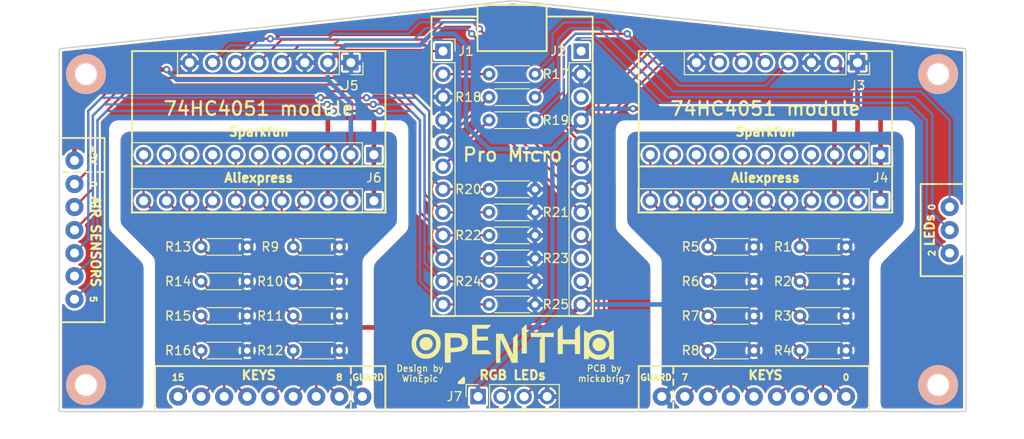
<source format=kicad_pcb>
(kicad_pcb (version 20171130) (host pcbnew "(5.0.2)-1")
  (layers (0 F.Cu signal) (31 B.Cu signal) (34 B.Paste user) (35 F.Paste user) (36 B.SilkS user) (37 F.SilkS user) (38 B.Mask user) (39 F.Mask user) (44 Edge.Cuts user))
  (net 0 "")
  (net 1 /AIR_5)
  (net 2 /AIR_4)
  (net 3 /AIR_3)
  (net 4 /AIR_2)
  (net 5 /AIR_1)
  (net 6 /AIR_0)
  (net 7 /LED_2)
  (net 8 /LED_1)
  (net 9 GND)
  (net 10 /LED_0)
  (net 11 "Net-(J2-Pad1)")
  (net 12 "Net-(J2-Pad3)")
  (net 13 +5V)
  (net 14 /MUX_0)
  (net 15 /MUX_1)
  (net 16 /MUX_2)
  (net 17 /SEND)
  (net 18 /RECEIVE_1)
  (net 19 /RECEIVE_2)
  (net 20 /KEY_7)
  (net 21 /KEY_6)
  (net 22 /KEY_5)
  (net 23 /KEY_4)
  (net 24 /KEY_3)
  (net 25 /KEY_2)
  (net 26 /KEY_1)
  (net 27 /KEY_0)
  (net 28 /KEY_8)
  (net 29 /KEY_9)
  (net 30 /KEY_10)
  (net 31 /KEY_11)
  (net 32 /KEY_12)
  (net 33 /KEY_13)
  (net 34 /KEY_14)
  (net 35 /KEY_15)
  (net 36 /RGB_DO)
  (net 37 /RGB_CO)
  (net 38 "Net-(R17-Pad1)")
  (net 39 "Net-(R18-Pad1)")
  (net 40 "Net-(R19-Pad1)")
  (net 41 "Net-(J2-Pad10)")
  (module Connector_Wire:SolderWirePad_1x01_Drill1mm_Diameter2mm (layer F.Cu) (at 171.45 86.36)
    (fp_text reference TP9 hide)
    (fp_text value TestPoint)
    (pad 1 thru_hole circle (at 0 0) (size 2 2) (drill 1) (layers *.Cu *.Mask) (net 17 /SEND))
  )
  (module Connector_Wire:SolderWirePad_1x01_Drill1mm_Diameter2mm (layer F.Cu) (at 138.43 86.36)
    (fp_text reference TP9 hide)
    (fp_text value TestPoint)
    (pad 1 thru_hole circle (at 0 0) (size 2 2) (drill 1) (layers *.Cu *.Mask) (net 17 /SEND))
  )
  (module Connector_PinSocket_2.54mm:PinSocket_1x11_P2.54mm_Vertical (layer F.Cu) (at 195.58 59.69 270)
    (fp_text reference REF** hide)
    (fp_text value PinSocket_1x11_P2.54mm_Vertical)
    (pad 1 thru_hole rect (at 0 0 270) (size 1.7 1.7) (drill 1) (layers *.Cu *.Mask) (net 9 GND))
    (pad 2 thru_hole oval (at 0 2.54 270) (size 1.7 1.7) (drill 1) (layers *.Cu *.Mask) (net 13 +5V))
    (pad 3 thru_hole oval (at 0 5.08 270) (size 1.7 1.7) (drill 1) (layers *.Cu *.Mask) (net 9 GND))
    (pad 4 thru_hole oval (at 0 7.62 270) (size 1.7 1.7) (drill 1) (layers *.Cu *.Mask) (net 27 /KEY_0))
    (pad 5 thru_hole oval (at 0 10.16 270) (size 1.7 1.7) (drill 1) (layers *.Cu *.Mask) (net 26 /KEY_1))
    (pad 6 thru_hole oval (at 0 12.7 270) (size 1.7 1.7) (drill 1) (layers *.Cu *.Mask) (net 25 /KEY_2))
    (pad 7 thru_hole oval (at 0 15.24 270) (size 1.7 1.7) (drill 1) (layers *.Cu *.Mask) (net 24 /KEY_3))
    (pad 8 thru_hole oval (at 0 17.78 270) (size 1.7 1.7) (drill 1) (layers *.Cu *.Mask) (net 23 /KEY_4))
    (pad 9 thru_hole oval (at 0 20.32 270) (size 1.7 1.7) (drill 1) (layers *.Cu *.Mask) (net 22 /KEY_5))
    (pad 10 thru_hole oval (at 0 22.86 270) (size 1.7 1.7) (drill 1) (layers *.Cu *.Mask) (net 21 /KEY_6))
    (pad 11 thru_hole oval (at 0 25.4 270) (size 1.7 1.7) (drill 1) (layers *.Cu *.Mask) (net 20 /KEY_7))
  )
  (module MountingHole:MountingHole_2.2mm_M2 (layer F.Cu) (at 201.93 50.8)
    (fp_text reference REF** hide)
    (fp_text value MountingHole_2.2mm_M2)
    (pad 1 np_thru_hole circle (at 0 0) (size 2.2 2.2) (drill 2.2) (layers *.Cu *.Mask))
  )
  (module MountingHole:MountingHole_2.2mm_M2 (layer F.Cu) (at 201.93 85.09)
    (fp_text reference REF** hide)
    (fp_text value MountingHole_2.2mm_M2)
    (pad 1 np_thru_hole circle (at 0 0) (size 2.2 2.2) (drill 2.2) (layers *.Cu *.Mask))
  )
  (module MountingHole:MountingHole_2.2mm_M2 (layer F.Cu) (at 107.95 85.09)
    (fp_text reference REF** hide)
    (fp_text value MountingHole_2.2mm_M2)
    (pad 1 np_thru_hole circle (at 0 0) (size 2.2 2.2) (drill 2.2) (layers *.Cu *.Mask))
  )
  (module Connector_PinSocket_2.54mm:PinSocket_1x11_P2.54mm_Vertical (layer F.Cu) (at 139.7 64.77 270)
    (fp_text reference J6 (at -2.54 0) (layer F.SilkS))
    (fp_text value Conn_01x11)
    (pad 1 thru_hole rect (at 0 0 270) (size 1.7 1.7) (drill 1) (layers *.Cu *.Mask) (net 9 GND))
    (pad 2 thru_hole oval (at 0 2.54 270) (size 1.7 1.7) (drill 1) (layers *.Cu *.Mask) (net 13 +5V))
    (pad 3 thru_hole oval (at 0 5.08 270) (size 1.7 1.7) (drill 1) (layers *.Cu *.Mask) (net 9 GND))
    (pad 4 thru_hole oval (at 0 7.62 270) (size 1.7 1.7) (drill 1) (layers *.Cu *.Mask) (net 28 /KEY_8))
    (pad 5 thru_hole oval (at 0 10.16 270) (size 1.7 1.7) (drill 1) (layers *.Cu *.Mask) (net 29 /KEY_9))
    (pad 6 thru_hole oval (at 0 12.7 270) (size 1.7 1.7) (drill 1) (layers *.Cu *.Mask) (net 30 /KEY_10))
    (pad 7 thru_hole oval (at 0 15.24 270) (size 1.7 1.7) (drill 1) (layers *.Cu *.Mask) (net 31 /KEY_11))
    (pad 8 thru_hole oval (at 0 17.78 270) (size 1.7 1.7) (drill 1) (layers *.Cu *.Mask) (net 32 /KEY_12))
    (pad 9 thru_hole oval (at 0 20.32 270) (size 1.7 1.7) (drill 1) (layers *.Cu *.Mask) (net 33 /KEY_13))
    (pad 10 thru_hole oval (at 0 22.86 270) (size 1.7 1.7) (drill 1) (layers *.Cu *.Mask) (net 34 /KEY_14))
    (pad 11 thru_hole oval (at 0 25.4 270) (size 1.7 1.7) (drill 1) (layers *.Cu *.Mask) (net 35 /KEY_15))
  )
  (module Connector_PinSocket_2.54mm:PinSocket_1x12_P2.54mm_Vertical (layer F.Cu) (at 147.32 48.26)
    (fp_text reference J1 (at 2.54 0) (layer F.SilkS))
    (fp_text value Conn_01x12)
    (pad 12 thru_hole oval (at 0 27.94) (size 1.7 1.7) (drill 1) (layers *.Cu *.Mask) (net 1 /AIR_5))
    (pad 11 thru_hole oval (at 0 25.4) (size 1.7 1.7) (drill 1) (layers *.Cu *.Mask) (net 2 /AIR_4))
    (pad 10 thru_hole oval (at 0 22.86) (size 1.7 1.7) (drill 1) (layers *.Cu *.Mask) (net 3 /AIR_3))
    (pad 9 thru_hole oval (at 0 20.32) (size 1.7 1.7) (drill 1) (layers *.Cu *.Mask) (net 4 /AIR_2))
    (pad 8 thru_hole oval (at 0 17.78) (size 1.7 1.7) (drill 1) (layers *.Cu *.Mask) (net 5 /AIR_1))
    (pad 7 thru_hole oval (at 0 15.24) (size 1.7 1.7) (drill 1) (layers *.Cu *.Mask) (net 6 /AIR_0))
    (pad 6 thru_hole oval (at 0 12.7) (size 1.7 1.7) (drill 1) (layers *.Cu *.Mask) (net 7 /LED_2))
    (pad 5 thru_hole oval (at 0 10.16) (size 1.7 1.7) (drill 1) (layers *.Cu *.Mask) (net 8 /LED_1))
    (pad 4 thru_hole oval (at 0 7.62) (size 1.7 1.7) (drill 1) (layers *.Cu *.Mask) (net 9 GND))
    (pad 3 thru_hole oval (at 0 5.08) (size 1.7 1.7) (drill 1) (layers *.Cu *.Mask) (net 9 GND))
    (pad 2 thru_hole oval (at 0 2.54) (size 1.7 1.7) (drill 1) (layers *.Cu *.Mask) (net 10 /LED_0))
    (pad 1 thru_hole rect (at 0 0) (size 1.7 1.7) (drill 1) (layers *.Cu *.Mask) (net 19 /RECEIVE_2))
  )
  (module Connector_PinSocket_2.54mm:PinSocket_1x12_P2.54mm_Vertical (layer F.Cu) (at 162.56 48.26)
    (fp_text reference J2 (at -2.54 0) (layer F.SilkS))
    (fp_text value Conn_01x12)
    (pad 1 thru_hole rect (at 0 0) (size 1.7 1.7) (drill 1) (layers *.Cu *.Mask) (net 11 "Net-(J2-Pad1)"))
    (pad 2 thru_hole oval (at 0 2.54) (size 1.7 1.7) (drill 1) (layers *.Cu *.Mask) (net 9 GND))
    (pad 3 thru_hole oval (at 0 5.08) (size 1.7 1.7) (drill 1) (layers *.Cu *.Mask) (net 12 "Net-(J2-Pad3)"))
    (pad 4 thru_hole oval (at 0 7.62) (size 1.7 1.7) (drill 1) (layers *.Cu *.Mask) (net 13 +5V))
    (pad 5 thru_hole oval (at 0 10.16) (size 1.7 1.7) (drill 1) (layers *.Cu *.Mask) (net 18 /RECEIVE_1))
    (pad 6 thru_hole oval (at 0 12.7) (size 1.7 1.7) (drill 1) (layers *.Cu *.Mask) (net 14 /MUX_0))
    (pad 7 thru_hole oval (at 0 15.24) (size 1.7 1.7) (drill 1) (layers *.Cu *.Mask) (net 15 /MUX_1))
    (pad 8 thru_hole oval (at 0 17.78) (size 1.7 1.7) (drill 1) (layers *.Cu *.Mask) (net 16 /MUX_2))
    (pad 9 thru_hole oval (at 0 20.32) (size 1.7 1.7) (drill 1) (layers *.Cu *.Mask) (net 37 /RGB_CO))
    (pad 10 thru_hole oval (at 0 22.86) (size 1.7 1.7) (drill 1) (layers *.Cu *.Mask) (net 41 "Net-(J2-Pad10)"))
    (pad 11 thru_hole oval (at 0 25.4) (size 1.7 1.7) (drill 1) (layers *.Cu *.Mask) (net 36 /RGB_DO))
    (pad 12 thru_hole oval (at 0 27.94) (size 1.7 1.7) (drill 1) (layers *.Cu *.Mask) (net 17 /SEND))
  )
  (module Connector_PinSocket_2.54mm:PinSocket_1x08_P2.54mm_Vertical (layer F.Cu) (at 193.04 49.53 270)
    (fp_text reference J3 (at 2.54 0) (layer F.SilkS))
    (fp_text value Conn_01x08)
    (pad 8 thru_hole oval (at 0 17.78 270) (size 1.7 1.7) (drill 1) (layers *.Cu *.Mask) (net 9 GND))
    (pad 7 thru_hole oval (at 0 15.24 270) (size 1.7 1.7) (drill 1) (layers *.Cu *.Mask) (net 16 /MUX_2))
    (pad 6 thru_hole oval (at 0 12.7 270) (size 1.7 1.7) (drill 1) (layers *.Cu *.Mask) (net 15 /MUX_1))
    (pad 5 thru_hole oval (at 0 10.16 270) (size 1.7 1.7) (drill 1) (layers *.Cu *.Mask) (net 14 /MUX_0))
    (pad 4 thru_hole oval (at 0 7.62 270) (size 1.7 1.7) (drill 1) (layers *.Cu *.Mask) (net 18 /RECEIVE_1))
    (pad 3 thru_hole oval (at 0 5.08 270) (size 1.7 1.7) (drill 1) (layers *.Cu *.Mask) (net 9 GND))
    (pad 2 thru_hole oval (at 0 2.54 270) (size 1.7 1.7) (drill 1) (layers *.Cu *.Mask) (net 13 +5V))
    (pad 1 thru_hole rect (at 0 0 270) (size 1.7 1.7) (drill 1) (layers *.Cu *.Mask) (net 9 GND))
  )
  (module Connector_PinSocket_2.54mm:PinSocket_1x11_P2.54mm_Vertical (layer F.Cu) (at 195.58 64.77 270)
    (fp_text reference J4 (at -2.54 0) (layer F.SilkS))
    (fp_text value Conn_01x11)
    (pad 11 thru_hole oval (at 0 25.4 270) (size 1.7 1.7) (drill 1) (layers *.Cu *.Mask) (net 20 /KEY_7))
    (pad 10 thru_hole oval (at 0 22.86 270) (size 1.7 1.7) (drill 1) (layers *.Cu *.Mask) (net 21 /KEY_6))
    (pad 9 thru_hole oval (at 0 20.32 270) (size 1.7 1.7) (drill 1) (layers *.Cu *.Mask) (net 22 /KEY_5))
    (pad 8 thru_hole oval (at 0 17.78 270) (size 1.7 1.7) (drill 1) (layers *.Cu *.Mask) (net 23 /KEY_4))
    (pad 7 thru_hole oval (at 0 15.24 270) (size 1.7 1.7) (drill 1) (layers *.Cu *.Mask) (net 24 /KEY_3))
    (pad 6 thru_hole oval (at 0 12.7 270) (size 1.7 1.7) (drill 1) (layers *.Cu *.Mask) (net 25 /KEY_2))
    (pad 5 thru_hole oval (at 0 10.16 270) (size 1.7 1.7) (drill 1) (layers *.Cu *.Mask) (net 26 /KEY_1))
    (pad 4 thru_hole oval (at 0 7.62 270) (size 1.7 1.7) (drill 1) (layers *.Cu *.Mask) (net 27 /KEY_0))
    (pad 3 thru_hole oval (at 0 5.08 270) (size 1.7 1.7) (drill 1) (layers *.Cu *.Mask) (net 9 GND))
    (pad 2 thru_hole oval (at 0 2.54 270) (size 1.7 1.7) (drill 1) (layers *.Cu *.Mask) (net 13 +5V))
    (pad 1 thru_hole rect (at 0 0 270) (size 1.7 1.7) (drill 1) (layers *.Cu *.Mask) (net 9 GND))
  )
  (module Connector_PinSocket_2.54mm:PinSocket_1x08_P2.54mm_Vertical (layer F.Cu) (at 137.16 49.53 270)
    (fp_text reference J5 (at 2.54 0) (layer F.SilkS))
    (fp_text value Conn_01x08)
    (pad 1 thru_hole rect (at 0 0 270) (size 1.7 1.7) (drill 1) (layers *.Cu *.Mask) (net 9 GND))
    (pad 2 thru_hole oval (at 0 2.54 270) (size 1.7 1.7) (drill 1) (layers *.Cu *.Mask) (net 13 +5V))
    (pad 3 thru_hole oval (at 0 5.08 270) (size 1.7 1.7) (drill 1) (layers *.Cu *.Mask) (net 9 GND))
    (pad 4 thru_hole oval (at 0 7.62 270) (size 1.7 1.7) (drill 1) (layers *.Cu *.Mask) (net 19 /RECEIVE_2))
    (pad 5 thru_hole oval (at 0 10.16 270) (size 1.7 1.7) (drill 1) (layers *.Cu *.Mask) (net 14 /MUX_0))
    (pad 6 thru_hole oval (at 0 12.7 270) (size 1.7 1.7) (drill 1) (layers *.Cu *.Mask) (net 15 /MUX_1))
    (pad 7 thru_hole oval (at 0 15.24 270) (size 1.7 1.7) (drill 1) (layers *.Cu *.Mask) (net 16 /MUX_2))
    (pad 8 thru_hole oval (at 0 17.78 270) (size 1.7 1.7) (drill 1) (layers *.Cu *.Mask) (net 9 GND))
  )
  (module Connector_PinSocket_2.54mm:PinSocket_1x04_P2.54mm_Vertical (layer F.Cu) (at 151.19 86.36 90)
    (fp_text reference J7 (at 0 -2.6 180) (layer F.SilkS))
    (fp_text value Conn_01x04)
    (pad 1 thru_hole rect (at 0 0 90) (size 1.7 1.7) (drill 1) (layers *.Cu *.Mask) (net 13 +5V))
    (pad 2 thru_hole oval (at 0 2.54 90) (size 1.7 1.7) (drill 1) (layers *.Cu *.Mask) (net 36 /RGB_DO))
    (pad 3 thru_hole oval (at 0 5.08 90) (size 1.7 1.7) (drill 1) (layers *.Cu *.Mask) (net 37 /RGB_CO))
    (pad 4 thru_hole oval (at 0 7.62 90) (size 1.7 1.7) (drill 1) (layers *.Cu *.Mask) (net 9 GND))
  )
  (module Connector_PinSocket_2.54mm:PinSocket_1x11_P2.54mm_Vertical (layer F.Cu) (at 139.7 59.69 270)
    (fp_text reference REF** hide)
    (fp_text value PinSocket_1x11_P2.54mm_Vertical)
    (pad 11 thru_hole oval (at 0 25.4 270) (size 1.7 1.7) (drill 1) (layers *.Cu *.Mask) (net 35 /KEY_15))
    (pad 10 thru_hole oval (at 0 22.86 270) (size 1.7 1.7) (drill 1) (layers *.Cu *.Mask) (net 34 /KEY_14))
    (pad 9 thru_hole oval (at 0 20.32 270) (size 1.7 1.7) (drill 1) (layers *.Cu *.Mask) (net 33 /KEY_13))
    (pad 8 thru_hole oval (at 0 17.78 270) (size 1.7 1.7) (drill 1) (layers *.Cu *.Mask) (net 32 /KEY_12))
    (pad 7 thru_hole oval (at 0 15.24 270) (size 1.7 1.7) (drill 1) (layers *.Cu *.Mask) (net 31 /KEY_11))
    (pad 6 thru_hole oval (at 0 12.7 270) (size 1.7 1.7) (drill 1) (layers *.Cu *.Mask) (net 30 /KEY_10))
    (pad 5 thru_hole oval (at 0 10.16 270) (size 1.7 1.7) (drill 1) (layers *.Cu *.Mask) (net 29 /KEY_9))
    (pad 4 thru_hole oval (at 0 7.62 270) (size 1.7 1.7) (drill 1) (layers *.Cu *.Mask) (net 28 /KEY_8))
    (pad 3 thru_hole oval (at 0 5.08 270) (size 1.7 1.7) (drill 1) (layers *.Cu *.Mask) (net 9 GND))
    (pad 2 thru_hole oval (at 0 2.54 270) (size 1.7 1.7) (drill 1) (layers *.Cu *.Mask) (net 13 +5V))
    (pad 1 thru_hole rect (at 0 0 270) (size 1.7 1.7) (drill 1) (layers *.Cu *.Mask) (net 9 GND))
  )
  (module Connector_Wire:SolderWirePad_1x01_Drill1mm_Diameter2mm (layer F.Cu) (at 191.77 86.36)
    (fp_text reference TP1 hide)
    (fp_text value TestPoint)
    (pad 1 thru_hole circle (at 0 0) (size 2 2) (drill 1) (layers *.Cu *.Mask) (net 27 /KEY_0))
  )
  (module Connector_Wire:SolderWirePad_1x01_Drill1mm_Diameter2mm (layer F.Cu) (at 189.23 86.36)
    (fp_text reference TP2 hide)
    (fp_text value TestPoint)
    (pad 1 thru_hole circle (at 0 0) (size 2 2) (drill 1) (layers *.Cu *.Mask) (net 26 /KEY_1))
  )
  (module Connector_Wire:SolderWirePad_1x01_Drill1mm_Diameter2mm (layer F.Cu) (at 186.69 86.36)
    (fp_text reference TP3 hide)
    (fp_text value TestPoint)
    (pad 1 thru_hole circle (at 0 0) (size 2 2) (drill 1) (layers *.Cu *.Mask) (net 25 /KEY_2))
  )
  (module Connector_Wire:SolderWirePad_1x01_Drill1mm_Diameter2mm (layer F.Cu) (at 184.15 86.36)
    (fp_text reference TP4 hide)
    (fp_text value TestPoint)
    (pad 1 thru_hole circle (at 0 0) (size 2 2) (drill 1) (layers *.Cu *.Mask) (net 24 /KEY_3))
  )
  (module Connector_Wire:SolderWirePad_1x01_Drill1mm_Diameter2mm (layer F.Cu) (at 181.61 86.36)
    (fp_text reference TP5 hide)
    (fp_text value TestPoint)
    (pad 1 thru_hole circle (at 0 0) (size 2 2) (drill 1) (layers *.Cu *.Mask) (net 23 /KEY_4))
  )
  (module Connector_Wire:SolderWirePad_1x01_Drill1mm_Diameter2mm (layer F.Cu) (at 179.07 86.36)
    (fp_text reference TP6 hide)
    (fp_text value TestPoint)
    (pad 1 thru_hole circle (at 0 0) (size 2 2) (drill 1) (layers *.Cu *.Mask) (net 22 /KEY_5))
  )
  (module Connector_Wire:SolderWirePad_1x01_Drill1mm_Diameter2mm (layer F.Cu) (at 176.53 86.36)
    (fp_text reference TP7 hide)
    (fp_text value TestPoint)
    (pad 1 thru_hole circle (at 0 0) (size 2 2) (drill 1) (layers *.Cu *.Mask) (net 21 /KEY_6))
  )
  (module Connector_Wire:SolderWirePad_1x01_Drill1mm_Diameter2mm (layer F.Cu) (at 173.99 86.36)
    (fp_text reference TP8 hide)
    (fp_text value TestPoint)
    (pad 1 thru_hole circle (at 0 0) (size 2 2) (drill 1) (layers *.Cu *.Mask) (net 20 /KEY_7))
  )
  (module Connector_Wire:SolderWirePad_1x01_Drill1mm_Diameter2mm (layer F.Cu) (at 135.89 86.36)
    (fp_text reference TP9 hide)
    (fp_text value TestPoint)
    (pad 1 thru_hole circle (at 0 0) (size 2 2) (drill 1) (layers *.Cu *.Mask) (net 28 /KEY_8))
  )
  (module Connector_Wire:SolderWirePad_1x01_Drill1mm_Diameter2mm (layer F.Cu) (at 133.35 86.36)
    (fp_text reference TP10 hide)
    (fp_text value TestPoint)
    (pad 1 thru_hole circle (at 0 0) (size 2 2) (drill 1) (layers *.Cu *.Mask) (net 29 /KEY_9))
  )
  (module Connector_Wire:SolderWirePad_1x01_Drill1mm_Diameter2mm (layer F.Cu) (at 130.81 86.36)
    (fp_text reference TP11 hide)
    (fp_text value TestPoint)
    (pad 1 thru_hole circle (at 0 0) (size 2 2) (drill 1) (layers *.Cu *.Mask) (net 30 /KEY_10))
  )
  (module Connector_Wire:SolderWirePad_1x01_Drill1mm_Diameter2mm (layer F.Cu) (at 128.27 86.36)
    (fp_text reference TP12 hide)
    (fp_text value TestPoint)
    (pad 1 thru_hole circle (at 0 0) (size 2 2) (drill 1) (layers *.Cu *.Mask) (net 31 /KEY_11))
  )
  (module Connector_Wire:SolderWirePad_1x01_Drill1mm_Diameter2mm (layer F.Cu) (at 125.73 86.36)
    (fp_text reference TP13 hide)
    (fp_text value TestPoint)
    (pad 1 thru_hole circle (at 0 0) (size 2 2) (drill 1) (layers *.Cu *.Mask) (net 32 /KEY_12))
  )
  (module Connector_Wire:SolderWirePad_1x01_Drill1mm_Diameter2mm (layer F.Cu) (at 123.19 86.36)
    (fp_text reference TP14 hide)
    (fp_text value TestPoint)
    (pad 1 thru_hole circle (at 0 0) (size 2 2) (drill 1) (layers *.Cu *.Mask) (net 33 /KEY_13))
  )
  (module Connector_Wire:SolderWirePad_1x01_Drill1mm_Diameter2mm (layer F.Cu) (at 120.65 86.36)
    (fp_text reference TP15 hide)
    (fp_text value TestPoint)
    (pad 1 thru_hole circle (at 0 0) (size 2 2) (drill 1) (layers *.Cu *.Mask) (net 34 /KEY_14))
  )
  (module Connector_Wire:SolderWirePad_1x01_Drill1mm_Diameter2mm (layer F.Cu) (at 118.11 86.36)
    (fp_text reference TP16 hide)
    (fp_text value TestPoint)
    (pad 1 thru_hole circle (at 0 0) (size 2 2) (drill 1) (layers *.Cu *.Mask) (net 35 /KEY_15))
  )
  (module Connector_Wire:SolderWirePad_1x01_Drill1mm_Diameter2mm (layer F.Cu) (at 203.2 65.46 90)
    (fp_text reference TP17 hide)
    (fp_text value TestPoint)
    (pad 1 thru_hole circle (at 0 0 90) (size 2 2) (drill 1) (layers *.Cu *.Mask) (net 38 "Net-(R17-Pad1)"))
  )
  (module Connector_Wire:SolderWirePad_1x01_Drill1mm_Diameter2mm (layer F.Cu) (at 203.2 68 90)
    (fp_text reference TP18 hide)
    (fp_text value TestPoint)
    (pad 1 thru_hole circle (at 0 0 90) (size 2 2) (drill 1) (layers *.Cu *.Mask) (net 39 "Net-(R18-Pad1)"))
  )
  (module Connector_Wire:SolderWirePad_1x01_Drill1mm_Diameter2mm (layer F.Cu) (at 203.2 70.54 90)
    (fp_text reference TP19 hide)
    (fp_text value TestPoint)
    (pad 1 thru_hole circle (at 0 0 90) (size 2 2) (drill 1) (layers *.Cu *.Mask) (net 40 "Net-(R19-Pad1)"))
  )
  (module Connector_Wire:SolderWirePad_1x01_Drill1mm_Diameter2mm (layer F.Cu) (at 106.68 62.92 270)
    (fp_text reference TP20 hide)
    (fp_text value TestPoint)
    (pad 1 thru_hole circle (at 0 0 270) (size 2 2) (drill 1) (layers *.Cu *.Mask) (net 6 /AIR_0))
  )
  (module Connector_Wire:SolderWirePad_1x01_Drill1mm_Diameter2mm (layer F.Cu) (at 106.68 65.46 270)
    (fp_text reference TP21 hide)
    (fp_text value TestPoint)
    (pad 1 thru_hole circle (at 0 0 270) (size 2 2) (drill 1) (layers *.Cu *.Mask) (net 5 /AIR_1))
  )
  (module Connector_Wire:SolderWirePad_1x01_Drill1mm_Diameter2mm (layer F.Cu) (at 106.68 68 270)
    (fp_text reference TP22 hide)
    (fp_text value TestPoint)
    (pad 1 thru_hole circle (at 0 0 270) (size 2 2) (drill 1) (layers *.Cu *.Mask) (net 4 /AIR_2))
  )
  (module Connector_Wire:SolderWirePad_1x01_Drill1mm_Diameter2mm (layer F.Cu) (at 106.68 70.54 270)
    (fp_text reference TP23 hide)
    (fp_text value TestPoint)
    (pad 1 thru_hole circle (at 0 0 270) (size 2 2) (drill 1) (layers *.Cu *.Mask) (net 3 /AIR_3))
  )
  (module Connector_Wire:SolderWirePad_1x01_Drill1mm_Diameter2mm (layer F.Cu) (at 106.68 73.08 270)
    (fp_text reference TP24 hide)
    (fp_text value TestPoint)
    (pad 1 thru_hole circle (at 0 0 270) (size 2 2) (drill 1) (layers *.Cu *.Mask) (net 2 /AIR_4))
  )
  (module Connector_Wire:SolderWirePad_1x01_Drill1mm_Diameter2mm (layer F.Cu) (at 106.68 75.62 270)
    (fp_text reference TP25 hide)
    (fp_text value TestPoint)
    (pad 1 thru_hole circle (at 0 0 270) (size 2 2) (drill 1) (layers *.Cu *.Mask) (net 1 /AIR_5))
  )
  (module Connector_Wire:SolderWirePad_1x01_Drill1mm_Diameter2mm (layer F.Cu) (at 106.68 60.325 270)
    (fp_text reference TP26 hide)
    (fp_text value TestPoint)
    (pad 1 thru_hole circle (at 0 0 270) (size 2 2) (drill 1) (layers *.Cu *.Mask) (net 13 +5V))
  )
  (module MountingHole:MountingHole_2.2mm_M2 (layer F.Cu) (at 107.95 50.8)
    (fp_text reference REF** hide)
    (fp_text value MountingHole_2.2mm_M2)
    (pad 1 np_thru_hole circle (at 0 0) (size 2.2 2.2) (drill 2.2) (layers *.Cu *.Mask))
  )
  (module Resistor_THT:R_Axial_DIN0204_L3.6mm_D1.6mm_P5.08mm_Horizontal (layer F.Cu) (at 191.77 69.85 180)
    (fp_text reference R1 (at 6.985 0 180) (layer F.SilkS))
    (fp_text value 6.8M)
    (pad 1 thru_hole circle (at 0 0 180) (size 1.4 1.4) (drill 0.7) (layers *.Cu *.Mask) (net 17 /SEND))
    (pad 2 thru_hole oval (at 5.08 0 180) (size 1.4 1.4) (drill 0.7) (layers *.Cu *.Mask) (net 27 /KEY_0))
  )
  (module Resistor_THT:R_Axial_DIN0204_L3.6mm_D1.6mm_P5.08mm_Horizontal (layer F.Cu) (at 191.77 73.66 180)
    (fp_text reference R2 (at 6.985 0 180) (layer F.SilkS))
    (fp_text value 6.8M)
    (pad 1 thru_hole circle (at 0 0 180) (size 1.4 1.4) (drill 0.7) (layers *.Cu *.Mask) (net 17 /SEND))
    (pad 2 thru_hole oval (at 5.08 0 180) (size 1.4 1.4) (drill 0.7) (layers *.Cu *.Mask) (net 26 /KEY_1))
  )
  (module Resistor_THT:R_Axial_DIN0204_L3.6mm_D1.6mm_P5.08mm_Horizontal (layer F.Cu) (at 191.77 77.47 180)
    (fp_text reference R3 (at 6.985 0 180) (layer F.SilkS))
    (fp_text value 6.8M)
    (pad 1 thru_hole circle (at 0 0 180) (size 1.4 1.4) (drill 0.7) (layers *.Cu *.Mask) (net 17 /SEND))
    (pad 2 thru_hole oval (at 5.08 0 180) (size 1.4 1.4) (drill 0.7) (layers *.Cu *.Mask) (net 25 /KEY_2))
  )
  (module Resistor_THT:R_Axial_DIN0204_L3.6mm_D1.6mm_P5.08mm_Horizontal (layer F.Cu) (at 191.77 81.28 180)
    (fp_text reference R4 (at 6.985 0 180) (layer F.SilkS))
    (fp_text value 6.8M)
    (pad 2 thru_hole oval (at 5.08 0 180) (size 1.4 1.4) (drill 0.7) (layers *.Cu *.Mask) (net 24 /KEY_3))
    (pad 1 thru_hole circle (at 0 0 180) (size 1.4 1.4) (drill 0.7) (layers *.Cu *.Mask) (net 17 /SEND))
  )
  (module Resistor_THT:R_Axial_DIN0204_L3.6mm_D1.6mm_P5.08mm_Horizontal (layer F.Cu) (at 181.61 69.85 180)
    (fp_text reference R5 (at 6.985 0 180) (layer F.SilkS))
    (fp_text value 6.8M)
    (pad 1 thru_hole circle (at 0 0 180) (size 1.4 1.4) (drill 0.7) (layers *.Cu *.Mask) (net 17 /SEND))
    (pad 2 thru_hole oval (at 5.08 0 180) (size 1.4 1.4) (drill 0.7) (layers *.Cu *.Mask) (net 23 /KEY_4))
  )
  (module Resistor_THT:R_Axial_DIN0204_L3.6mm_D1.6mm_P5.08mm_Horizontal (layer F.Cu) (at 181.61 73.66 180)
    (fp_text reference R6 (at 6.985 0 180) (layer F.SilkS))
    (fp_text value 6.8M)
    (pad 2 thru_hole oval (at 5.08 0 180) (size 1.4 1.4) (drill 0.7) (layers *.Cu *.Mask) (net 22 /KEY_5))
    (pad 1 thru_hole circle (at 0 0 180) (size 1.4 1.4) (drill 0.7) (layers *.Cu *.Mask) (net 17 /SEND))
  )
  (module Resistor_THT:R_Axial_DIN0204_L3.6mm_D1.6mm_P5.08mm_Horizontal (layer F.Cu) (at 181.61 77.47 180)
    (fp_text reference R7 (at 6.985 0 180) (layer F.SilkS))
    (fp_text value 6.8M)
    (pad 1 thru_hole circle (at 0 0 180) (size 1.4 1.4) (drill 0.7) (layers *.Cu *.Mask) (net 17 /SEND))
    (pad 2 thru_hole oval (at 5.08 0 180) (size 1.4 1.4) (drill 0.7) (layers *.Cu *.Mask) (net 21 /KEY_6))
  )
  (module Resistor_THT:R_Axial_DIN0204_L3.6mm_D1.6mm_P5.08mm_Horizontal (layer F.Cu) (at 181.61 81.28 180)
    (fp_text reference R8 (at 6.985 0 180) (layer F.SilkS))
    (fp_text value 6.8M)
    (pad 2 thru_hole oval (at 5.08 0 180) (size 1.4 1.4) (drill 0.7) (layers *.Cu *.Mask) (net 20 /KEY_7))
    (pad 1 thru_hole circle (at 0 0 180) (size 1.4 1.4) (drill 0.7) (layers *.Cu *.Mask) (net 17 /SEND))
  )
  (module Resistor_THT:R_Axial_DIN0204_L3.6mm_D1.6mm_P5.08mm_Horizontal (layer F.Cu) (at 135.89 69.85 180)
    (fp_text reference R9 (at 7.62 0 180) (layer F.SilkS))
    (fp_text value 6.8M)
    (pad 1 thru_hole circle (at 0 0 180) (size 1.4 1.4) (drill 0.7) (layers *.Cu *.Mask) (net 17 /SEND))
    (pad 2 thru_hole oval (at 5.08 0 180) (size 1.4 1.4) (drill 0.7) (layers *.Cu *.Mask) (net 28 /KEY_8))
  )
  (module Resistor_THT:R_Axial_DIN0204_L3.6mm_D1.6mm_P5.08mm_Horizontal (layer F.Cu) (at 135.89 73.66 180)
    (fp_text reference R10 (at 7.62 0 180) (layer F.SilkS))
    (fp_text value 6.8M)
    (pad 2 thru_hole oval (at 5.08 0 180) (size 1.4 1.4) (drill 0.7) (layers *.Cu *.Mask) (net 29 /KEY_9))
    (pad 1 thru_hole circle (at 0 0 180) (size 1.4 1.4) (drill 0.7) (layers *.Cu *.Mask) (net 17 /SEND))
  )
  (module Resistor_THT:R_Axial_DIN0204_L3.6mm_D1.6mm_P5.08mm_Horizontal (layer F.Cu) (at 135.89 77.47 180)
    (fp_text reference R11 (at 7.62 0 180) (layer F.SilkS))
    (fp_text value 6.8M)
    (pad 2 thru_hole oval (at 5.08 0 180) (size 1.4 1.4) (drill 0.7) (layers *.Cu *.Mask) (net 30 /KEY_10))
    (pad 1 thru_hole circle (at 0 0 180) (size 1.4 1.4) (drill 0.7) (layers *.Cu *.Mask) (net 17 /SEND))
  )
  (module Resistor_THT:R_Axial_DIN0204_L3.6mm_D1.6mm_P5.08mm_Horizontal (layer F.Cu) (at 135.89 81.28 180)
    (fp_text reference R12 (at 7.62 0 180) (layer F.SilkS))
    (fp_text value 6.8M)
    (pad 1 thru_hole circle (at 0 0 180) (size 1.4 1.4) (drill 0.7) (layers *.Cu *.Mask) (net 17 /SEND))
    (pad 2 thru_hole oval (at 5.08 0 180) (size 1.4 1.4) (drill 0.7) (layers *.Cu *.Mask) (net 31 /KEY_11))
  )
  (module Resistor_THT:R_Axial_DIN0204_L3.6mm_D1.6mm_P5.08mm_Horizontal (layer F.Cu) (at 125.73 69.85 180)
    (fp_text reference R13 (at 7.62 0 180) (layer F.SilkS))
    (fp_text value 6.8M)
    (pad 2 thru_hole oval (at 5.08 0 180) (size 1.4 1.4) (drill 0.7) (layers *.Cu *.Mask) (net 32 /KEY_12))
    (pad 1 thru_hole circle (at 0 0 180) (size 1.4 1.4) (drill 0.7) (layers *.Cu *.Mask) (net 17 /SEND))
  )
  (module Resistor_THT:R_Axial_DIN0204_L3.6mm_D1.6mm_P5.08mm_Horizontal (layer F.Cu) (at 125.73 73.66 180)
    (fp_text reference R14 (at 7.62 0 180) (layer F.SilkS))
    (fp_text value 6.8M)
    (pad 1 thru_hole circle (at 0 0 180) (size 1.4 1.4) (drill 0.7) (layers *.Cu *.Mask) (net 17 /SEND))
    (pad 2 thru_hole oval (at 5.08 0 180) (size 1.4 1.4) (drill 0.7) (layers *.Cu *.Mask) (net 33 /KEY_13))
  )
  (module Resistor_THT:R_Axial_DIN0204_L3.6mm_D1.6mm_P5.08mm_Horizontal (layer F.Cu) (at 125.73 77.47 180)
    (fp_text reference R15 (at 7.62 0 180) (layer F.SilkS))
    (fp_text value 6.8M)
    (pad 1 thru_hole circle (at 0 0 180) (size 1.4 1.4) (drill 0.7) (layers *.Cu *.Mask) (net 17 /SEND))
    (pad 2 thru_hole oval (at 5.08 0 180) (size 1.4 1.4) (drill 0.7) (layers *.Cu *.Mask) (net 34 /KEY_14))
  )
  (module Resistor_THT:R_Axial_DIN0204_L3.6mm_D1.6mm_P5.08mm_Horizontal (layer F.Cu) (at 125.73 81.28 180)
    (fp_text reference R16 (at 7.62 0 180) (layer F.SilkS))
    (fp_text value 6.8M)
    (pad 2 thru_hole oval (at 5.08 0 180) (size 1.4 1.4) (drill 0.7) (layers *.Cu *.Mask) (net 35 /KEY_15))
    (pad 1 thru_hole circle (at 0 0 180) (size 1.4 1.4) (drill 0.7) (layers *.Cu *.Mask) (net 17 /SEND))
  )
  (module Resistor_THT:R_Axial_DIN0204_L3.6mm_D1.6mm_P5.08mm_Horizontal (layer F.Cu) (at 157.48 50.8 180)
    (fp_text reference R17 (at -2.286 0) (layer F.SilkS))
    (fp_text value 100)
    (pad 1 thru_hole circle (at 0 0 180) (size 1.4 1.4) (drill 0.7) (layers *.Cu *.Mask) (net 38 "Net-(R17-Pad1)"))
    (pad 2 thru_hole oval (at 5.08 0 180) (size 1.4 1.4) (drill 0.7) (layers *.Cu *.Mask) (net 10 /LED_0))
  )
  (module Resistor_THT:R_Axial_DIN0204_L3.6mm_D1.6mm_P5.08mm_Horizontal (layer F.Cu) (at 157.48 53.34 180)
    (fp_text reference R18 (at 7.366 0) (layer F.SilkS))
    (fp_text value 100)
    (pad 2 thru_hole oval (at 5.08 0 180) (size 1.4 1.4) (drill 0.7) (layers *.Cu *.Mask) (net 8 /LED_1))
    (pad 1 thru_hole circle (at 0 0 180) (size 1.4 1.4) (drill 0.7) (layers *.Cu *.Mask) (net 39 "Net-(R18-Pad1)"))
  )
  (module Resistor_THT:R_Axial_DIN0204_L3.6mm_D1.6mm_P5.08mm_Horizontal (layer F.Cu) (at 157.48 55.88 180)
    (fp_text reference R19 (at -2.286 0) (layer F.SilkS))
    (fp_text value 100)
    (pad 1 thru_hole circle (at 0 0 180) (size 1.4 1.4) (drill 0.7) (layers *.Cu *.Mask) (net 40 "Net-(R19-Pad1)"))
    (pad 2 thru_hole oval (at 5.08 0 180) (size 1.4 1.4) (drill 0.7) (layers *.Cu *.Mask) (net 7 /LED_2))
  )
  (module Resistor_THT:R_Axial_DIN0204_L3.6mm_D1.6mm_P5.08mm_Horizontal (layer F.Cu) (at 152.4 63.5)
    (fp_text reference R20 (at -2.286 0 180) (layer F.SilkS))
    (fp_text value 10k)
    (pad 2 thru_hole oval (at 5.08 0) (size 1.4 1.4) (drill 0.7) (layers *.Cu *.Mask) (net 9 GND))
    (pad 1 thru_hole circle (at 0 0) (size 1.4 1.4) (drill 0.7) (layers *.Cu *.Mask) (net 6 /AIR_0))
  )
  (module Resistor_THT:R_Axial_DIN0204_L3.6mm_D1.6mm_P5.08mm_Horizontal (layer F.Cu) (at 152.4 66.04)
    (fp_text reference R21 (at 7.366 0 180) (layer F.SilkS))
    (fp_text value 10k)
    (pad 2 thru_hole oval (at 5.08 0) (size 1.4 1.4) (drill 0.7) (layers *.Cu *.Mask) (net 9 GND))
    (pad 1 thru_hole circle (at 0 0) (size 1.4 1.4) (drill 0.7) (layers *.Cu *.Mask) (net 5 /AIR_1))
  )
  (module Resistor_THT:R_Axial_DIN0204_L3.6mm_D1.6mm_P5.08mm_Horizontal (layer F.Cu) (at 152.4 68.58)
    (fp_text reference R22 (at -2.286 0 180) (layer F.SilkS))
    (fp_text value 10k)
    (pad 1 thru_hole circle (at 0 0) (size 1.4 1.4) (drill 0.7) (layers *.Cu *.Mask) (net 4 /AIR_2))
    (pad 2 thru_hole oval (at 5.08 0) (size 1.4 1.4) (drill 0.7) (layers *.Cu *.Mask) (net 9 GND))
  )
  (module Resistor_THT:R_Axial_DIN0204_L3.6mm_D1.6mm_P5.08mm_Horizontal (layer F.Cu) (at 152.4 71.12)
    (fp_text reference R23 (at 7.366 0 180) (layer F.SilkS))
    (fp_text value 10k)
    (pad 2 thru_hole oval (at 5.08 0) (size 1.4 1.4) (drill 0.7) (layers *.Cu *.Mask) (net 9 GND))
    (pad 1 thru_hole circle (at 0 0) (size 1.4 1.4) (drill 0.7) (layers *.Cu *.Mask) (net 3 /AIR_3))
  )
  (module Resistor_THT:R_Axial_DIN0204_L3.6mm_D1.6mm_P5.08mm_Horizontal (layer F.Cu) (at 152.4 73.66)
    (fp_text reference R24 (at -2.286 0 180) (layer F.SilkS))
    (fp_text value 10k)
    (pad 1 thru_hole circle (at 0 0) (size 1.4 1.4) (drill 0.7) (layers *.Cu *.Mask) (net 2 /AIR_4))
    (pad 2 thru_hole oval (at 5.08 0) (size 1.4 1.4) (drill 0.7) (layers *.Cu *.Mask) (net 9 GND))
  )
  (module Resistor_THT:R_Axial_DIN0204_L3.6mm_D1.6mm_P5.08mm_Horizontal (layer F.Cu) (at 152.4 76.2)
    (fp_text reference R25 (at 7.366 0 180) (layer F.SilkS))
    (fp_text value 10k)
    (pad 2 thru_hole oval (at 5.08 0) (size 1.4 1.4) (drill 0.7) (layers *.Cu *.Mask) (net 9 GND))
    (pad 1 thru_hole circle (at 0 0) (size 1.4 1.4) (drill 0.7) (layers *.Cu *.Mask) (net 1 /AIR_5))
  )
  (module OpeNITHM:OpeNITHM (layer F.Cu) (at 155 80.5)
    (fp_text reference G*** hide)
    (fp_text value LOGO hide)
  )
  (gr_line (start 149.098 84.836) (end 149.606 84.836) (layer F.SilkS) (width 0.3))
  (gr_line (start 149.606 84.328) (end 149.098 84.836) (layer F.SilkS) (width 0.3))
  (gr_line (start 149.606 84.836) (end 149.606 84.328) (layer F.SilkS) (width 0.3))
  (gr_text GUARD (at 170.815 84.25) (layer F.SilkS) (effects (font (size 0.7 0.7) (thickness 0.175))))
  (gr_line (start 172.72 85.09) (end 172.72 84.455) (layer F.SilkS) (width 0.2))
  (gr_line (start 172.72 83.82) (end 172.72 83.185) (layer F.SilkS) (width 0.2))
  (gr_line (start 172.72 86.36) (end 172.72 85.725) (layer F.SilkS) (width 0.2))
  (gr_line (start 172.72 87.63) (end 172.72 86.995) (layer F.SilkS) (width 0.2))
  (gr_line (start 137.16 83.82) (end 137.16 83.185) (layer F.SilkS) (width 0.2))
  (gr_text GUARD (at 139.065 84.25) (layer F.SilkS) (effects (font (size 0.7 0.7) (thickness 0.175))))
  (gr_line (start 137.16 86.36) (end 137.16 85.725) (layer F.SilkS) (width 0.2))
  (gr_line (start 137.16 87.63) (end 137.16 86.995) (layer F.SilkS) (width 0.2))
  (gr_line (start 137.16 85.09) (end 137.16 84.455) (layer F.SilkS) (width 0.2))
  (gr_line (start 140.97 88) (end 140.97 83) (layer F.SilkS) (width 0.2))
  (gr_text "PCB by\nmickabrig7" (at 165.1 83.82) (layer F.SilkS) (effects (font (size 0.7 0.7) (thickness 0.125))))
  (gr_circle (center 201.93 50.8) (end 203.63 50.8) (layer B.SilkS) (width 1))
  (gr_circle (center 201.93 85.09) (end 203.63 85.09) (layer B.SilkS) (width 1))
  (gr_circle (center 107.95 85.09) (end 109.65 85.09) (layer B.SilkS) (width 1))
  (gr_circle (center 107.95 50.8) (end 109.65 50.8) (layer B.SilkS) (width 1))
  (gr_text "Design by\nWinEpic" (at 144.78 83.82) (layer F.SilkS) (effects (font (size 0.7 0.7) (thickness 0.125))))
  (gr_circle (center 107.95 50.8) (end 109.65 50.8) (layer F.SilkS) (width 1))
  (gr_circle (center 107.95 85.09) (end 109.65 85.09) (layer F.SilkS) (width 1))
  (gr_circle (center 201.93 85.09) (end 203.63 85.09) (layer F.SilkS) (width 1))
  (gr_circle (center 201.93 50.8) (end 203.63 50.8) (layer F.SilkS) (width 1))
  (gr_text 2 (at 201.25 70.54 90) (layer F.SilkS) (effects (font (size 0.7 0.7) (thickness 0.175))))
  (gr_text 0 (at 201.25 65.46 90) (layer F.SilkS) (effects (font (size 0.7 0.7) (thickness 0.175))))
  (gr_text 5 (at 108.75 75.62 270) (layer F.SilkS) (effects (font (size 0.7 0.7) (thickness 0.175))))
  (gr_text 0 (at 108.75 62.92 270) (layer F.SilkS) (effects (font (size 0.7 0.7) (thickness 0.175))))
  (gr_line (start 106.045 61.595) (end 105.41 61.595) (layer F.SilkS) (width 0.2))
  (gr_line (start 107.315 61.595) (end 106.68 61.595) (layer F.SilkS) (width 0.2))
  (gr_line (start 108.585 61.595) (end 107.95 61.595) (layer F.SilkS) (width 0.2))
  (gr_line (start 109.855 61.595) (end 109.22 61.595) (layer F.SilkS) (width 0.2))
  (gr_text +5V (at 108.75 59.69 270) (layer F.SilkS) (effects (font (size 0.7 0.7) (thickness 0.175))))
  (gr_text LEDs (at 201 68 90) (layer F.SilkS) (effects (font (size 1 1) (thickness 0.25))))
  (gr_text "AIR SENSORS" (at 109 69.27 270) (layer F.SilkS) (effects (font (size 1 1) (thickness 0.25))))
  (gr_text "RGB LEDs" (at 155 84) (layer F.SilkS) (effects (font (size 1 1) (thickness 0.25))))
  (gr_text 15 (at 118.11 84.25) (layer F.SilkS) (effects (font (size 0.7 0.7) (thickness 0.175))))
  (gr_text 8 (at 135.89 84.25) (layer F.SilkS) (effects (font (size 0.7 0.7) (thickness 0.175))))
  (gr_text 7 (at 173.99 84.25) (layer F.SilkS) (effects (font (size 0.7 0.7) (thickness 0.175))))
  (gr_text 0 (at 191.77 84.25) (layer F.SilkS) (effects (font (size 0.7 0.7) (thickness 0.175))))
  (gr_text KEYS (at 127 84) (layer F.SilkS) (effects (font (size 1 1) (thickness 0.25))))
  (gr_text KEYS (at 182.88 84) (layer F.SilkS) (effects (font (size 1 1) (thickness 0.25))))
  (gr_line (start 200 73.08) (end 200 62.92) (layer F.SilkS) (width 0.2))
  (gr_line (start 205 62.92) (end 200 62.92) (layer F.SilkS) (width 0.2))
  (gr_line (start 205 73.08) (end 200 73.08) (layer F.SilkS) (width 0.2))
  (gr_line (start 168.91 88) (end 168.91 83) (layer F.SilkS) (width 0.2))
  (gr_line (start 194.31 88) (end 194.31 83) (layer F.SilkS) (width 0.2))
  (gr_line (start 168.91 83) (end 194.31 83) (layer F.SilkS) (width 0.2))
  (gr_line (start 115.57 83) (end 140.97 83) (layer F.SilkS) (width 0.2))
  (gr_line (start 115.57 88) (end 115.57 83) (layer F.SilkS) (width 0.2))
  (gr_line (start 110 57.84) (end 110 78.16) (layer F.SilkS) (width 0.2))
  (gr_line (start 105 78.16) (end 110 78.16) (layer F.SilkS) (width 0.2))
  (gr_line (start 105 57.84) (end 110 57.84) (layer F.SilkS) (width 0.2))
  (gr_text Aliexpress (at 182.88 62.23) (layer F.SilkS) (effects (font (size 1 1) (thickness 0.25))))
  (gr_text Sparkfun (at 182.88 57.15) (layer F.SilkS) (effects (font (size 1 1) (thickness 0.25))))
  (gr_text Aliexpress (at 127 62.23) (layer F.SilkS) (effects (font (size 1 1) (thickness 0.25))))
  (gr_text Sparkfun (at 127 57.15) (layer F.SilkS) (effects (font (size 1 1) (thickness 0.25))))
  (gr_line (start 196.85 60.96) (end 168.91 60.96) (layer F.SilkS) (width 0.2))
  (gr_line (start 168.91 66.04) (end 168.91 48.26) (layer F.SilkS) (width 0.2))
  (gr_line (start 196.85 66.04) (end 168.91 66.04) (layer F.SilkS) (width 0.2))
  (gr_line (start 196.85 48.26) (end 196.85 66.04) (layer F.SilkS) (width 0.2))
  (gr_line (start 168.91 48.26) (end 196.85 48.26) (layer F.SilkS) (width 0.2))
  (gr_line (start 140.97 60.96) (end 113.03 60.96) (layer F.SilkS) (width 0.2))
  (gr_line (start 113.03 66.04) (end 113.03 48.26) (layer F.SilkS) (width 0.2))
  (gr_line (start 140.97 66.04) (end 113.03 66.04) (layer F.SilkS) (width 0.2))
  (gr_line (start 140.97 48.26) (end 140.97 66.04) (layer F.SilkS) (width 0.2))
  (gr_line (start 113.03 48.26) (end 140.97 48.26) (layer F.SilkS) (width 0.2))
  (gr_line (start 158.75 44.45) (end 163.83 44.45) (layer F.SilkS) (width 0.2))
  (gr_line (start 146.05 44.45) (end 151.13 44.45) (layer F.SilkS) (width 0.2))
  (gr_line (start 158.75 48.26) (end 158.75 43.18) (layer F.SilkS) (width 0.2))
  (gr_line (start 151.13 48.26) (end 158.75 48.26) (layer F.SilkS) (width 0.2))
  (gr_line (start 151.13 43.18) (end 151.13 48.26) (layer F.SilkS) (width 0.2))
  (gr_line (start 151.13 43.18) (end 158.75 43.18) (layer F.SilkS) (width 0.2))
  (gr_line (start 146.05 44.45) (end 146.05 77.47) (layer F.SilkS) (width 0.2))
  (gr_line (start 163.83 77.47) (end 163.83 44.45) (layer F.SilkS) (width 0.2))
  (gr_line (start 146.05 77.47) (end 163.83 77.47) (layer F.SilkS) (width 0.2))
  (gr_text "74HC4051 module" (at 182.88 54.61) (layer F.SilkS) (effects (font (size 1.5 1.5) (thickness 0.25))))
  (gr_line (start 113.03 60.96) (end 140.97 60.96) (layer F.SilkS) (width 0.2))
  (gr_text "Pro Micro" (at 155 59.69) (layer F.SilkS) (effects (font (size 1.5 1.5) (thickness 0.25))))
  (gr_text "74HC4051 module" (at 127 54.61) (layer F.SilkS) (effects (font (size 1.5 1.5) (thickness 0.25))))
  (gr_line (start 155 42.7) (end 205 48) (layer Edge.Cuts) (width 0.15))
  (gr_line (start 155 42.7) (end 105 48) (layer Edge.Cuts) (width 0.15))
  (gr_line (start 105 48) (end 105 88) (layer Edge.Cuts) (width 0.15))
  (gr_line (start 205 88) (end 205 48) (layer Edge.Cuts) (width 0.15))
  (gr_line (start 105 88) (end 205 88) (layer Edge.Cuts) (width 0.15))
  (segment (start 147.32 76.2) (end 152.4 76.2) (width 0.254) (layer F.Cu) (net 1))
  (segment (start 106.68 75.62) (end 109.22 73.08) (width 0.254) (layer B.Cu) (net 1))
  (segment (start 109.22 73.08) (end 109.22 55.88) (width 0.254) (layer B.Cu) (net 1))
  (segment (start 109.22 55.88) (end 110.236 54.864) (width 0.254) (layer B.Cu) (net 1))
  (via (at 135.255 54.864) (size 0.8) (drill 0.4) (layers F.Cu B.Cu) (net 1))
  (via (at 140.335 54.864) (size 0.8) (drill 0.4) (layers F.Cu B.Cu) (net 1))
  (segment (start 144.78 73.66) (end 147.32 76.2) (width 0.254) (layer B.Cu) (net 1))
  (segment (start 144.78 55.88) (end 144.78 73.66) (width 0.254) (layer B.Cu) (net 1))
  (segment (start 143.764 54.864) (end 144.78 55.88) (width 0.254) (layer B.Cu) (net 1))
  (segment (start 135.255 54.864) (end 110.236 54.864) (width 0.254) (layer B.Cu) (net 1))
  (segment (start 140.335 54.864) (end 143.764 54.864) (width 0.254) (layer B.Cu) (net 1))
  (segment (start 140.335 54.864) (end 135.255 54.864) (width 0.254) (layer F.Cu) (net 1))
  (segment (start 152.4 73.66) (end 147.32 73.66) (width 0.254) (layer F.Cu) (net 2))
  (segment (start 106.68 73.08) (end 108.712 71.048) (width 0.254) (layer B.Cu) (net 2))
  (segment (start 108.712 71.048) (end 108.712 55.372) (width 0.254) (layer B.Cu) (net 2))
  (via (at 134.547892 54.137) (size 0.8) (drill 0.4) (layers F.Cu B.Cu) (net 2))
  (segment (start 108.712 55.372) (end 109.947 54.137) (width 0.254) (layer B.Cu) (net 2))
  (via (at 139.627892 54.137) (size 0.8) (drill 0.4) (layers F.Cu B.Cu) (net 2))
  (segment (start 144.053 54.137) (end 145.288 55.372) (width 0.254) (layer B.Cu) (net 2))
  (segment (start 145.288 71.628) (end 147.32 73.66) (width 0.254) (layer B.Cu) (net 2))
  (segment (start 145.288 55.372) (end 145.288 71.628) (width 0.254) (layer B.Cu) (net 2))
  (segment (start 109.947 54.137) (end 134.547892 54.137) (width 0.254) (layer B.Cu) (net 2))
  (segment (start 144.053 54.137) (end 139.627892 54.137) (width 0.254) (layer B.Cu) (net 2))
  (segment (start 134.547892 54.137) (end 139.627892 54.137) (width 0.254) (layer F.Cu) (net 2))
  (segment (start 147.32 71.12) (end 152.4 71.12) (width 0.254) (layer F.Cu) (net 3))
  (via (at 133.817662 53.41) (size 0.8) (drill 0.4) (layers F.Cu B.Cu) (net 3))
  (via (at 138.897662 53.41) (size 0.8) (drill 0.4) (layers F.Cu B.Cu) (net 3))
  (segment (start 144.342 53.41) (end 145.796 54.864) (width 0.254) (layer B.Cu) (net 3))
  (segment (start 145.796 69.596) (end 147.32 71.12) (width 0.254) (layer B.Cu) (net 3))
  (segment (start 145.796 54.864) (end 145.796 69.596) (width 0.254) (layer B.Cu) (net 3))
  (segment (start 108.204 69.016) (end 106.68 70.54) (width 0.254) (layer B.Cu) (net 3))
  (segment (start 108.204 54.864) (end 108.204 69.016) (width 0.254) (layer B.Cu) (net 3))
  (segment (start 133.817662 53.41) (end 109.658 53.41) (width 0.254) (layer B.Cu) (net 3))
  (segment (start 109.658 53.41) (end 108.204 54.864) (width 0.254) (layer B.Cu) (net 3))
  (segment (start 138.897662 53.41) (end 144.342 53.41) (width 0.254) (layer B.Cu) (net 3))
  (segment (start 138.897662 53.41) (end 133.817662 53.41) (width 0.254) (layer F.Cu) (net 3))
  (segment (start 152.4 68.58) (end 147.32 68.58) (width 0.254) (layer F.Cu) (net 4))
  (segment (start 106.68 68) (end 109.22 65.46) (width 0.254) (layer F.Cu) (net 4))
  (segment (start 109.22 65.46) (end 109.22 55.88) (width 0.254) (layer F.Cu) (net 4))
  (segment (start 109.22 55.88) (end 112.268 52.832) (width 0.254) (layer F.Cu) (net 4))
  (segment (start 112.268 52.832) (end 112.417001 52.682999) (width 0.254) (layer F.Cu) (net 4))
  (segment (start 112.417001 52.682999) (end 132.973578 52.682999) (width 0.254) (layer F.Cu) (net 4))
  (segment (start 132.973578 52.682999) (end 132.973579 52.683) (width 0.254) (layer F.Cu) (net 4))
  (segment (start 132.973578 52.682999) (end 141.582999 52.682999) (width 0.254) (layer F.Cu) (net 4))
  (segment (start 141.582999 52.682999) (end 144.78 55.88) (width 0.254) (layer F.Cu) (net 4))
  (segment (start 144.78 66.04) (end 147.32 68.58) (width 0.254) (layer F.Cu) (net 4))
  (segment (start 144.78 55.88) (end 144.78 66.04) (width 0.254) (layer F.Cu) (net 4))
  (segment (start 148.522081 66.04) (end 152.4 66.04) (width 0.254) (layer F.Cu) (net 5))
  (segment (start 147.32 66.04) (end 148.522081 66.04) (width 0.254) (layer F.Cu) (net 5))
  (segment (start 108.712 63.428) (end 108.712 55.372) (width 0.254) (layer F.Cu) (net 5))
  (segment (start 145.288 64.008) (end 147.32 66.04) (width 0.254) (layer F.Cu) (net 5))
  (segment (start 106.68 65.46) (end 108.712 63.428) (width 0.254) (layer F.Cu) (net 5))
  (segment (start 108.712 55.372) (end 112.128001 51.955999) (width 0.254) (layer F.Cu) (net 5))
  (segment (start 112.128001 51.955999) (end 141.871999 51.955999) (width 0.254) (layer F.Cu) (net 5))
  (segment (start 141.871999 51.955999) (end 145.288 55.372) (width 0.254) (layer F.Cu) (net 5))
  (segment (start 145.288 55.372) (end 145.288 64.008) (width 0.254) (layer F.Cu) (net 5))
  (segment (start 152.4 63.5) (end 147.32 63.5) (width 0.254) (layer F.Cu) (net 6))
  (segment (start 106.68 62.92) (end 108.204 61.396) (width 0.254) (layer F.Cu) (net 6))
  (segment (start 108.204 61.396) (end 108.204 54.864) (width 0.254) (layer F.Cu) (net 6))
  (segment (start 108.204 54.864) (end 111.76 51.308) (width 0.254) (layer F.Cu) (net 6))
  (segment (start 131.523041 51.228998) (end 131.523042 51.228999) (width 0.254) (layer F.Cu) (net 6))
  (segment (start 111.76 51.308) (end 111.839002 51.228998) (width 0.254) (layer F.Cu) (net 6))
  (segment (start 111.839002 51.228998) (end 131.523041 51.228998) (width 0.254) (layer F.Cu) (net 6))
  (segment (start 131.523041 51.228998) (end 142.160998 51.228998) (width 0.254) (layer F.Cu) (net 6))
  (segment (start 142.160998 51.228998) (end 145.796 54.864) (width 0.254) (layer F.Cu) (net 6))
  (segment (start 145.796 61.976) (end 147.32 63.5) (width 0.254) (layer F.Cu) (net 6))
  (segment (start 145.796 54.864) (end 145.796 61.976) (width 0.254) (layer F.Cu) (net 6))
  (segment (start 151.700001 56.579999) (end 147.32 60.96) (width 0.254) (layer F.Cu) (net 7))
  (segment (start 152.4 55.88) (end 151.700001 56.579999) (width 0.254) (layer F.Cu) (net 7))
  (segment (start 152.4 53.34) (end 147.32 58.42) (width 0.254) (layer F.Cu) (net 8))
  (segment (start 134.62 64.77) (end 134.62 59.69) (width 0.508) (layer F.Cu) (net 9))
  (segment (start 139.7 64.77) (end 139.7 59.69) (width 0.508) (layer F.Cu) (net 9))
  (segment (start 190.5 64.77) (end 190.5 59.69) (width 0.508) (layer F.Cu) (net 9))
  (segment (start 195.58 64.77) (end 195.58 59.69) (width 0.508) (layer F.Cu) (net 9))
  (segment (start 190.5 59.69) (end 190.5 55.626) (width 0.508) (layer F.Cu) (net 9))
  (segment (start 195.58 59.69) (end 195.58 55.626) (width 0.508) (layer F.Cu) (net 9))
  (segment (start 139.7 59.69) (end 139.7 55.626) (width 0.508) (layer F.Cu) (net 9))
  (segment (start 134.62 59.69) (end 134.62 55.626) (width 0.508) (layer F.Cu) (net 9))
  (segment (start 152.4 50.8) (end 147.32 50.8) (width 0.254) (layer F.Cu) (net 10))
  (segment (start 193.04 64.77) (end 193.04 59.69) (width 0.508) (layer F.Cu) (net 13))
  (segment (start 137.16 59.69) (end 137.16 64.77) (width 0.508) (layer F.Cu) (net 13))
  (segment (start 193.04 52.07) (end 190.5 49.53) (width 0.508) (layer F.Cu) (net 13))
  (segment (start 162.56 55.88) (end 159.385 59.055) (width 0.508) (layer B.Cu) (net 13))
  (via (at 168.275 54.61) (size 0.8) (drill 0.4) (layers F.Cu B.Cu) (net 13))
  (segment (start 162.56 55.88) (end 163.83 54.61) (width 0.508) (layer B.Cu) (net 13))
  (segment (start 163.83 54.61) (end 168.275 54.61) (width 0.508) (layer B.Cu) (net 13))
  (segment (start 168.275 54.61) (end 193.04 54.61) (width 0.508) (layer F.Cu) (net 13))
  (segment (start 193.04 59.69) (end 193.04 54.61) (width 0.508) (layer F.Cu) (net 13))
  (segment (start 193.04 54.61) (end 193.04 52.07) (width 0.508) (layer F.Cu) (net 13))
  (segment (start 151.19 85.002) (end 151.19 86.36) (width 0.508) (layer B.Cu) (net 13))
  (segment (start 159.385 76.807) (end 151.19 85.002) (width 0.508) (layer B.Cu) (net 13))
  (segment (start 159.385 59.055) (end 159.385 76.807) (width 0.508) (layer B.Cu) (net 13))
  (segment (start 148.59 46.355) (end 146.05 46.355) (width 0.508) (layer B.Cu) (net 13))
  (segment (start 146.05 46.355) (end 144.78 47.625) (width 0.508) (layer B.Cu) (net 13))
  (segment (start 136.525 47.625) (end 134.62 49.53) (width 0.508) (layer B.Cu) (net 13))
  (segment (start 144.78 47.625) (end 136.525 47.625) (width 0.508) (layer B.Cu) (net 13))
  (segment (start 148.59 46.355) (end 149.86 47.625) (width 0.508) (layer B.Cu) (net 13))
  (segment (start 159.385 59.055) (end 152.4 59.055) (width 0.508) (layer B.Cu) (net 13))
  (segment (start 149.86 56.515) (end 149.86 47.625) (width 0.508) (layer B.Cu) (net 13))
  (segment (start 152.4 59.055) (end 149.86 56.515) (width 0.508) (layer B.Cu) (net 13))
  (segment (start 106.68 60.325) (end 106.68 58.910787) (width 0.508) (layer F.Cu) (net 13))
  (segment (start 106.68 58.910787) (end 106.68 55.372) (width 0.508) (layer F.Cu) (net 13))
  (segment (start 106.68 55.372) (end 111.76 50.292) (width 0.508) (layer F.Cu) (net 13))
  (via (at 116.84 50.292) (size 0.8) (drill 0.4) (layers F.Cu B.Cu) (net 13))
  (segment (start 111.76 50.292) (end 116.84 50.292) (width 0.508) (layer F.Cu) (net 13))
  (segment (start 137.16 59.69) (end 137.16 53.975) (width 0.508) (layer B.Cu) (net 13))
  (segment (start 134.62 51.435) (end 134.62 49.53) (width 0.508) (layer B.Cu) (net 13))
  (segment (start 137.16 53.975) (end 134.62 51.435) (width 0.508) (layer B.Cu) (net 13))
  (segment (start 117.983 51.435) (end 116.84 50.292) (width 0.508) (layer B.Cu) (net 13))
  (segment (start 134.62 51.435) (end 117.983 51.435) (width 0.508) (layer B.Cu) (net 13))
  (segment (start 164.465 59.055) (end 162.56 60.96) (width 0.254) (layer F.Cu) (net 14))
  (segment (start 164.465 53.975) (end 164.465 59.055) (width 0.254) (layer F.Cu) (net 14))
  (segment (start 172.085 46.355) (end 164.465 53.975) (width 0.254) (layer F.Cu) (net 14))
  (segment (start 182.88 49.53) (end 179.705 46.355) (width 0.254) (layer F.Cu) (net 14))
  (segment (start 179.705 46.355) (end 172.085 46.355) (width 0.254) (layer F.Cu) (net 14))
  (segment (start 155.575 48.895) (end 151.765 45.085) (width 0.254) (layer F.Cu) (net 14))
  (segment (start 155.575 56.515) (end 155.575 48.895) (width 0.254) (layer F.Cu) (net 14))
  (segment (start 162.56 60.96) (end 160.02 60.96) (width 0.254) (layer F.Cu) (net 14))
  (segment (start 160.02 60.96) (end 155.575 56.515) (width 0.254) (layer F.Cu) (net 14))
  (segment (start 127 49.53) (end 129.54 46.99) (width 0.254) (layer F.Cu) (net 14))
  (segment (start 129.54 46.99) (end 145.415 46.99) (width 0.254) (layer F.Cu) (net 14))
  (segment (start 147.32 45.085) (end 151.765 45.085) (width 0.254) (layer F.Cu) (net 14))
  (segment (start 145.415 46.99) (end 147.32 45.085) (width 0.254) (layer F.Cu) (net 14))
  (segment (start 161.29 63.5) (end 154.94 57.15) (width 0.254) (layer F.Cu) (net 15))
  (segment (start 162.56 63.5) (end 161.29 63.5) (width 0.254) (layer F.Cu) (net 15))
  (segment (start 180.34 49.53) (end 177.8 46.99) (width 0.254) (layer F.Cu) (net 15))
  (segment (start 177.8 46.99) (end 172.72 46.99) (width 0.254) (layer F.Cu) (net 15))
  (segment (start 172.72 46.99) (end 165.1 54.61) (width 0.254) (layer F.Cu) (net 15))
  (segment (start 165.1 60.96) (end 162.56 63.5) (width 0.254) (layer F.Cu) (net 15))
  (segment (start 165.1 54.61) (end 165.1 60.96) (width 0.254) (layer F.Cu) (net 15))
  (via (at 151.334734 45.812) (size 0.8) (drill 0.4) (layers F.Cu B.Cu) (net 15))
  (segment (start 151.13 45.72) (end 151.242734 45.72) (width 0.254) (layer F.Cu) (net 15))
  (segment (start 154.94 49.417266) (end 151.334734 45.812) (width 0.254) (layer F.Cu) (net 15))
  (segment (start 154.94 57.15) (end 154.94 49.417266) (width 0.254) (layer F.Cu) (net 15))
  (segment (start 151.334734 45.812) (end 150.607734 45.085) (width 0.254) (layer B.Cu) (net 15))
  (segment (start 150.607734 45.085) (end 144.78 45.085) (width 0.254) (layer B.Cu) (net 15))
  (segment (start 144.78 45.085) (end 143.51 46.355) (width 0.254) (layer B.Cu) (net 15))
  (segment (start 143.51 46.355) (end 135.255 46.355) (width 0.254) (layer B.Cu) (net 15))
  (via (at 128.27 46.898) (size 0.8) (drill 0.4) (layers F.Cu B.Cu) (net 15))
  (segment (start 124.46 49.53) (end 127.092 46.898) (width 0.254) (layer F.Cu) (net 15))
  (segment (start 127.092 46.898) (end 128.27 46.898) (width 0.254) (layer F.Cu) (net 15))
  (segment (start 134.712 46.898) (end 135.255 46.355) (width 0.254) (layer B.Cu) (net 15))
  (segment (start 128.27 46.898) (end 134.712 46.898) (width 0.254) (layer B.Cu) (net 15))
  (segment (start 154.305 57.785) (end 154.305 50.165) (width 0.254) (layer F.Cu) (net 16))
  (segment (start 162.56 66.04) (end 154.305 57.785) (width 0.254) (layer F.Cu) (net 16))
  (segment (start 154.305 50.165) (end 150.495 46.355) (width 0.254) (layer F.Cu) (net 16))
  (segment (start 165.735 62.865) (end 162.56 66.04) (width 0.254) (layer F.Cu) (net 16))
  (segment (start 165.735 55.245) (end 165.735 62.865) (width 0.254) (layer F.Cu) (net 16))
  (segment (start 173.355 47.625) (end 165.735 55.245) (width 0.254) (layer F.Cu) (net 16))
  (segment (start 177.8 49.53) (end 175.895 47.625) (width 0.254) (layer F.Cu) (net 16))
  (segment (start 175.895 47.625) (end 173.355 47.625) (width 0.254) (layer F.Cu) (net 16))
  (via (at 150.495 46.355) (size 0.8) (drill 0.4) (layers F.Cu B.Cu) (net 16))
  (segment (start 123.825 47.625) (end 121.92 49.53) (width 0.254) (layer B.Cu) (net 16))
  (segment (start 149.86 45.72) (end 145.415 45.72) (width 0.254) (layer B.Cu) (net 16))
  (segment (start 150.495 46.355) (end 149.86 45.72) (width 0.254) (layer B.Cu) (net 16))
  (segment (start 145.415 45.72) (end 144.145 46.99) (width 0.254) (layer B.Cu) (net 16))
  (segment (start 144.145 46.99) (end 135.89 46.99) (width 0.254) (layer B.Cu) (net 16))
  (segment (start 135.89 46.99) (end 135.255 47.625) (width 0.254) (layer B.Cu) (net 16))
  (segment (start 135.255 47.625) (end 123.825 47.625) (width 0.254) (layer B.Cu) (net 16))
  (segment (start 162.56 76.2) (end 172.085 76.2) (width 0.508) (layer B.Cu) (net 17))
  (segment (start 162.56 76.2) (end 160.02 78.74) (width 0.508) (layer F.Cu) (net 17))
  (segment (start 160.02 78.74) (end 137.795 78.74) (width 0.508) (layer F.Cu) (net 17))
  (segment (start 162.56 58.42) (end 160.655 56.515) (width 0.254) (layer F.Cu) (net 18))
  (segment (start 160.655 56.515) (end 160.655 47.625) (width 0.254) (layer F.Cu) (net 18))
  (via (at 167.64 46.355) (size 0.8) (drill 0.4) (layers F.Cu B.Cu) (net 18))
  (segment (start 160.655 47.625) (end 161.925 46.355) (width 0.254) (layer F.Cu) (net 18))
  (segment (start 161.925 46.355) (end 167.64 46.355) (width 0.254) (layer F.Cu) (net 18))
  (segment (start 167.64 46.355) (end 173.355 52.07) (width 0.254) (layer B.Cu) (net 18))
  (segment (start 182.88 52.07) (end 185.42 49.53) (width 0.254) (layer B.Cu) (net 18))
  (segment (start 173.355 52.07) (end 182.88 52.07) (width 0.254) (layer B.Cu) (net 18))
  (segment (start 131.445 47.625) (end 129.54 49.53) (width 0.254) (layer F.Cu) (net 19))
  (segment (start 147.32 48.26) (end 146.05 48.26) (width 0.254) (layer F.Cu) (net 19))
  (segment (start 146.05 48.26) (end 145.415 47.625) (width 0.254) (layer F.Cu) (net 19))
  (segment (start 145.415 47.625) (end 131.445 47.625) (width 0.254) (layer F.Cu) (net 19))
  (segment (start 172.72 77.47) (end 176.53 81.28) (width 0.254) (layer F.Cu) (net 20))
  (segment (start 170.18 64.77) (end 172.72 67.31) (width 0.254) (layer F.Cu) (net 20))
  (segment (start 172.72 67.31) (end 172.72 77.47) (width 0.254) (layer F.Cu) (net 20))
  (segment (start 176.53 83.82) (end 176.53 81.28) (width 0.254) (layer F.Cu) (net 20))
  (segment (start 173.99 86.36) (end 176.53 83.82) (width 0.254) (layer F.Cu) (net 20))
  (segment (start 170.18 64.77) (end 170.18 59.69) (width 0.254) (layer F.Cu) (net 20))
  (segment (start 173.99 74.93) (end 176.53 77.47) (width 0.254) (layer F.Cu) (net 21))
  (segment (start 172.72 64.77) (end 173.99 66.04) (width 0.254) (layer F.Cu) (net 21))
  (segment (start 173.99 66.04) (end 173.99 74.93) (width 0.254) (layer F.Cu) (net 21))
  (segment (start 176.53 77.47) (end 178.435 79.375) (width 0.254) (layer F.Cu) (net 21))
  (segment (start 178.435 84.455) (end 176.53 86.36) (width 0.254) (layer F.Cu) (net 21))
  (segment (start 178.435 79.375) (end 178.435 84.455) (width 0.254) (layer F.Cu) (net 21))
  (segment (start 172.72 59.69) (end 172.72 64.77) (width 0.254) (layer F.Cu) (net 21))
  (segment (start 175.26 72.39) (end 176.53 73.66) (width 0.254) (layer F.Cu) (net 22))
  (segment (start 175.26 64.77) (end 175.26 72.39) (width 0.254) (layer F.Cu) (net 22))
  (segment (start 179.07 76.2) (end 179.07 86.36) (width 0.254) (layer F.Cu) (net 22))
  (segment (start 176.53 73.66) (end 179.07 76.2) (width 0.254) (layer F.Cu) (net 22))
  (segment (start 175.26 64.77) (end 175.26 59.69) (width 0.254) (layer F.Cu) (net 22))
  (segment (start 176.53 66.04) (end 176.53 69.85) (width 0.254) (layer F.Cu) (net 23))
  (segment (start 177.8 64.77) (end 176.53 66.04) (width 0.254) (layer F.Cu) (net 23))
  (segment (start 179.705 84.455) (end 181.61 86.36) (width 0.254) (layer F.Cu) (net 23))
  (segment (start 176.53 69.85) (end 179.705 73.025) (width 0.254) (layer F.Cu) (net 23))
  (segment (start 179.705 73.025) (end 179.705 84.455) (width 0.254) (layer F.Cu) (net 23))
  (segment (start 177.8 59.69) (end 177.8 64.77) (width 0.254) (layer F.Cu) (net 23))
  (segment (start 182.88 77.47) (end 186.69 81.28) (width 0.254) (layer F.Cu) (net 24))
  (segment (start 180.34 64.77) (end 182.88 67.31) (width 0.254) (layer F.Cu) (net 24))
  (segment (start 182.88 67.31) (end 182.88 77.47) (width 0.254) (layer F.Cu) (net 24))
  (segment (start 186.69 83.82) (end 184.15 86.36) (width 0.254) (layer F.Cu) (net 24))
  (segment (start 186.69 81.28) (end 186.69 83.82) (width 0.254) (layer F.Cu) (net 24))
  (segment (start 180.34 64.77) (end 180.34 59.69) (width 0.254) (layer F.Cu) (net 24))
  (segment (start 184.15 74.93) (end 186.69 77.47) (width 0.254) (layer F.Cu) (net 25))
  (segment (start 182.88 64.77) (end 184.15 66.04) (width 0.254) (layer F.Cu) (net 25))
  (segment (start 184.15 66.04) (end 184.15 74.93) (width 0.254) (layer F.Cu) (net 25))
  (segment (start 186.69 77.47) (end 188.595 79.375) (width 0.254) (layer F.Cu) (net 25))
  (segment (start 188.595 84.455) (end 186.69 86.36) (width 0.254) (layer F.Cu) (net 25))
  (segment (start 188.595 79.375) (end 188.595 84.455) (width 0.254) (layer F.Cu) (net 25))
  (segment (start 182.88 59.69) (end 182.88 64.77) (width 0.254) (layer F.Cu) (net 25))
  (segment (start 185.42 72.39) (end 186.69 73.66) (width 0.254) (layer F.Cu) (net 26))
  (segment (start 185.42 64.77) (end 185.42 72.39) (width 0.254) (layer F.Cu) (net 26))
  (segment (start 189.23 76.2) (end 189.23 86.36) (width 0.254) (layer F.Cu) (net 26))
  (segment (start 186.69 73.66) (end 189.23 76.2) (width 0.254) (layer F.Cu) (net 26))
  (segment (start 185.42 64.77) (end 185.42 59.69) (width 0.254) (layer F.Cu) (net 26))
  (segment (start 186.69 66.04) (end 186.69 69.85) (width 0.254) (layer F.Cu) (net 27))
  (segment (start 187.96 64.77) (end 186.69 66.04) (width 0.254) (layer F.Cu) (net 27))
  (segment (start 189.865 84.455) (end 191.77 86.36) (width 0.254) (layer F.Cu) (net 27))
  (segment (start 186.69 69.85) (end 189.865 73.025) (width 0.254) (layer F.Cu) (net 27))
  (segment (start 189.865 73.025) (end 189.865 84.455) (width 0.254) (layer F.Cu) (net 27))
  (segment (start 187.96 59.69) (end 187.96 64.77) (width 0.254) (layer F.Cu) (net 27))
  (segment (start 132.08 59.69) (end 132.08 64.77) (width 0.254) (layer F.Cu) (net 28))
  (segment (start 130.81 66.04) (end 132.08 64.77) (width 0.254) (layer F.Cu) (net 28))
  (segment (start 130.81 69.85) (end 130.81 66.04) (width 0.254) (layer F.Cu) (net 28))
  (segment (start 135.89 86.36) (end 133.985 84.455) (width 0.254) (layer F.Cu) (net 28))
  (segment (start 133.985 73.025) (end 130.81 69.85) (width 0.254) (layer F.Cu) (net 28))
  (segment (start 133.985 84.455) (end 133.985 73.025) (width 0.254) (layer F.Cu) (net 28))
  (segment (start 129.54 64.77) (end 129.54 59.69) (width 0.254) (layer F.Cu) (net 29))
  (segment (start 133.35 76.2) (end 133.35 86.36) (width 0.254) (layer F.Cu) (net 29))
  (segment (start 130.81 73.66) (end 133.35 76.2) (width 0.254) (layer F.Cu) (net 29))
  (segment (start 129.54 72.39) (end 129.54 64.77) (width 0.254) (layer F.Cu) (net 29))
  (segment (start 130.81 73.66) (end 129.54 72.39) (width 0.254) (layer F.Cu) (net 29))
  (segment (start 127 59.69) (end 127 64.77) (width 0.254) (layer F.Cu) (net 30))
  (segment (start 130.81 77.47) (end 128.27 74.93) (width 0.254) (layer F.Cu) (net 30))
  (segment (start 128.27 66.04) (end 127 64.77) (width 0.254) (layer F.Cu) (net 30))
  (segment (start 128.27 74.93) (end 128.27 66.04) (width 0.254) (layer F.Cu) (net 30))
  (segment (start 130.81 86.36) (end 132.715 84.455) (width 0.254) (layer F.Cu) (net 30))
  (segment (start 132.715 79.375) (end 130.81 77.47) (width 0.254) (layer F.Cu) (net 30))
  (segment (start 132.715 84.455) (end 132.715 79.375) (width 0.254) (layer F.Cu) (net 30))
  (segment (start 124.46 59.69) (end 124.46 64.77) (width 0.254) (layer F.Cu) (net 31))
  (segment (start 130.81 83.82) (end 128.27 86.36) (width 0.254) (layer F.Cu) (net 31))
  (segment (start 130.81 81.28) (end 130.81 83.82) (width 0.254) (layer F.Cu) (net 31))
  (segment (start 130.81 81.28) (end 127 77.47) (width 0.254) (layer F.Cu) (net 31))
  (segment (start 127 67.31) (end 124.46 64.77) (width 0.254) (layer F.Cu) (net 31))
  (segment (start 127 77.47) (end 127 67.31) (width 0.254) (layer F.Cu) (net 31))
  (segment (start 125.73 86.36) (end 125.73 85.725) (width 0.508) (layer B.Cu) (net 32))
  (segment (start 121.92 64.77) (end 121.92 59.69) (width 0.254) (layer F.Cu) (net 32))
  (segment (start 120.65 66.04) (end 120.65 69.85) (width 0.254) (layer F.Cu) (net 32))
  (segment (start 121.92 64.77) (end 120.65 66.04) (width 0.254) (layer F.Cu) (net 32))
  (segment (start 125.73 86.36) (end 123.825 84.455) (width 0.254) (layer F.Cu) (net 32))
  (segment (start 123.825 73.025) (end 120.65 69.85) (width 0.254) (layer F.Cu) (net 32))
  (segment (start 123.825 84.455) (end 123.825 73.025) (width 0.254) (layer F.Cu) (net 32))
  (segment (start 119.38 59.69) (end 119.38 64.77) (width 0.254) (layer F.Cu) (net 33))
  (segment (start 120.65 73.66) (end 119.38 72.39) (width 0.254) (layer F.Cu) (net 33))
  (segment (start 119.38 72.39) (end 119.38 64.77) (width 0.254) (layer F.Cu) (net 33))
  (segment (start 123.19 86.36) (end 123.19 76.2) (width 0.254) (layer F.Cu) (net 33))
  (segment (start 123.19 76.2) (end 120.65 73.66) (width 0.254) (layer F.Cu) (net 33))
  (segment (start 116.84 64.77) (end 116.84 59.69) (width 0.254) (layer F.Cu) (net 34))
  (segment (start 118.11 66.04) (end 116.84 64.77) (width 0.254) (layer F.Cu) (net 34))
  (segment (start 120.65 77.47) (end 118.11 74.93) (width 0.254) (layer F.Cu) (net 34))
  (segment (start 118.11 74.93) (end 118.11 66.04) (width 0.254) (layer F.Cu) (net 34))
  (segment (start 120.65 86.36) (end 122.555 84.455) (width 0.254) (layer F.Cu) (net 34))
  (segment (start 122.555 79.375) (end 120.65 77.47) (width 0.254) (layer F.Cu) (net 34))
  (segment (start 122.555 84.455) (end 122.555 79.375) (width 0.254) (layer F.Cu) (net 34))
  (segment (start 114.3 60.892081) (end 114.3 64.77) (width 0.254) (layer F.Cu) (net 35))
  (segment (start 114.3 59.69) (end 114.3 60.892081) (width 0.254) (layer F.Cu) (net 35))
  (segment (start 120.65 83.82) (end 118.11 86.36) (width 0.254) (layer F.Cu) (net 35))
  (segment (start 120.65 81.28) (end 120.65 83.82) (width 0.254) (layer F.Cu) (net 35))
  (segment (start 116.84 67.31) (end 114.3 64.77) (width 0.254) (layer F.Cu) (net 35))
  (segment (start 120.65 81.28) (end 116.84 77.47) (width 0.254) (layer F.Cu) (net 35))
  (segment (start 116.84 77.47) (end 116.84 67.31) (width 0.254) (layer F.Cu) (net 35))
  (segment (start 153.73 86.36) (end 155.635 84.455) (width 0.254) (layer F.Cu) (net 36))
  (segment (start 155.635 84.455) (end 156.845 84.455) (width 0.254) (layer F.Cu) (net 36))
  (segment (start 156.845 84.455) (end 164.465 76.835) (width 0.254) (layer F.Cu) (net 36))
  (segment (start 164.465 75.565) (end 162.56 73.66) (width 0.254) (layer F.Cu) (net 36))
  (segment (start 164.465 76.835) (end 164.465 75.565) (width 0.254) (layer F.Cu) (net 36))
  (segment (start 156.27 86.36) (end 165.1 77.53) (width 0.254) (layer F.Cu) (net 37))
  (segment (start 165.1 71.12) (end 162.56 68.58) (width 0.254) (layer F.Cu) (net 37))
  (segment (start 165.1 77.53) (end 165.1 71.12) (width 0.254) (layer F.Cu) (net 37))
  (segment (start 203.2 55.88) (end 203.2 65.46) (width 0.254) (layer B.Cu) (net 38))
  (segment (start 159.385 48.895) (end 159.385 46.355) (width 0.254) (layer B.Cu) (net 38))
  (segment (start 157.48 50.8) (end 159.385 48.895) (width 0.254) (layer B.Cu) (net 38))
  (segment (start 159.385 46.355) (end 160.655 45.085) (width 0.254) (layer B.Cu) (net 38))
  (segment (start 200.025 52.705) (end 203.2 55.88) (width 0.254) (layer B.Cu) (net 38))
  (segment (start 160.655 45.085) (end 165.1 45.085) (width 0.254) (layer B.Cu) (net 38))
  (segment (start 165.1 45.085) (end 172.72 52.705) (width 0.254) (layer B.Cu) (net 38))
  (segment (start 172.72 52.705) (end 200.025 52.705) (width 0.254) (layer B.Cu) (net 38))
  (segment (start 201.295 55.245) (end 201.295 66.095) (width 0.254) (layer B.Cu) (net 39))
  (segment (start 199.39 53.34) (end 201.295 55.245) (width 0.254) (layer B.Cu) (net 39))
  (segment (start 201.295 66.095) (end 203.2 68) (width 0.254) (layer B.Cu) (net 39))
  (segment (start 160.02 46.99) (end 161.29 45.72) (width 0.254) (layer B.Cu) (net 39))
  (segment (start 157.48 53.34) (end 160.02 50.8) (width 0.254) (layer B.Cu) (net 39))
  (segment (start 160.02 50.8) (end 160.02 46.99) (width 0.254) (layer B.Cu) (net 39))
  (segment (start 161.29 45.72) (end 164.465 45.72) (width 0.254) (layer B.Cu) (net 39))
  (segment (start 164.465 45.72) (end 172.085 53.34) (width 0.254) (layer B.Cu) (net 39))
  (segment (start 172.085 53.34) (end 199.39 53.34) (width 0.254) (layer B.Cu) (net 39))
  (segment (start 157.48 55.88) (end 160.655 52.705) (width 0.254) (layer B.Cu) (net 40))
  (segment (start 160.655 52.705) (end 160.655 47.625) (width 0.254) (layer B.Cu) (net 40))
  (segment (start 160.655 47.625) (end 161.925 46.355) (width 0.254) (layer B.Cu) (net 40))
  (segment (start 161.925 46.355) (end 163.83 46.355) (width 0.254) (layer B.Cu) (net 40))
  (segment (start 203.2 70.54) (end 200.66 68) (width 0.254) (layer B.Cu) (net 40))
  (segment (start 200.66 68) (end 200.66 55.88) (width 0.254) (layer B.Cu) (net 40))
  (segment (start 200.66 55.88) (end 198.755 53.975) (width 0.254) (layer B.Cu) (net 40))
  (segment (start 171.45 53.975) (end 163.83 46.355) (width 0.254) (layer B.Cu) (net 40))
  (segment (start 198.755 53.975) (end 171.45 53.975) (width 0.254) (layer B.Cu) (net 40))
  (zone (net 17) (net_name /SEND) (layer F.Cu) (connect_pads (clearance 0.254)) (min_thickness 0.254) (fill yes (arc_segments 16) (thermal_gap 0.254) (thermal_bridge_width 0.508) (smoothing fillet) (radius 1))
    (polygon (pts (xy 167.64 57.15) (xy 167.64 67.31) (xy 171.45 71.12) (xy 171.45 88) (xy 194.31 88) (xy 194.31 71.12) (xy 198.12 67.31) (xy 198.12 57.15)))
  )
  (zone (net 17) (net_name /SEND) (layer F.Cu) (connect_pads (clearance 0.254)) (min_thickness 0.254) (fill yes (arc_segments 16) (thermal_gap 0.254) (thermal_bridge_width 0.508) (smoothing fillet) (radius 1))
    (polygon (pts (xy 111.76 57.15) (xy 111.76 67.31) (xy 115.57 71.12) (xy 115.57 88) (xy 138.43 88) (xy 138.43 71.12) (xy 142.24 67.31) (xy 142.24 57.15)))
  )
  (zone (net 17) (net_name /SEND) (layer B.Cu) (connect_pads (clearance 0.254)) (min_thickness 0.254) (fill yes (arc_segments 16) (thermal_gap 0.254) (thermal_bridge_width 0.508) (smoothing fillet) (radius 1))
    (polygon (pts (xy 111.76 57.15) (xy 111.76 67.31) (xy 115.57 71.12) (xy 115.57 88) (xy 138.43 88) (xy 138.43 71.12) (xy 142.24 67.31) (xy 142.24 57.15)))
  )
  (zone (net 17) (net_name /SEND) (layer B.Cu) (connect_pads (clearance 0.254)) (min_thickness 0.254) (fill yes (arc_segments 16) (thermal_gap 0.254) (thermal_bridge_width 0.508) (smoothing fillet) (radius 1))
    (polygon (pts (xy 167.64 57.15) (xy 167.64 67.31) (xy 171.45 71.12) (xy 171.45 88) (xy 194.31 88) (xy 194.31 71.12) (xy 198.12 67.31) (xy 198.12 57.15)))
  )
  (zone (net 9) (net_name GND) (layer F.Cu) (connect_pads (clearance 0.254)) (min_thickness 0.254) (fill yes (arc_segments 16) (thermal_gap 0.254) (thermal_bridge_width 0.508) (smoothing fillet) (radius 1))
    (polygon (pts (xy 105 88) (xy 114.3 88) (xy 114.3 71.76) (xy 110.49 67.945) (xy 110.49 55.88) (xy 143.51 55.88) (xy 143.51 67.945) (xy 139.7 71.76) (xy 139.7 88) (xy 170.18 88) (xy 170.18 71.755) (xy 166.37 67.945) (xy 166.37 55.88) (xy 199.39 55.88) (xy 199.39 67.945) (xy 195.58 71.76) (xy 195.58 88) (xy 205 88) (xy 205 48) (xy 155 42.7) (xy 105 48)))
  )
  (zone (net 9) (net_name GND) (layer B.Cu) (connect_pads (clearance 0.254)) (min_thickness 0.254) (fill yes (arc_segments 16) (thermal_gap 0.254) (thermal_bridge_width 0.508) (smoothing fillet) (radius 1))
    (polygon (pts (xy 105 88) (xy 114.3 88) (xy 114.3 71.76) (xy 110.49 67.945) (xy 110.49 55.88) (xy 143.51 55.88) (xy 143.51 67.945) (xy 139.7 71.76) (xy 139.7 88) (xy 170.18 88) (xy 170.18 71.755) (xy 166.37 67.945) (xy 166.37 55.88) (xy 199.39 55.88) (xy 199.39 67.945) (xy 195.58 71.76) (xy 195.58 88) (xy 205 88) (xy 205 48) (xy 155 42.7) (xy 105 48)))
  )
)
</source>
